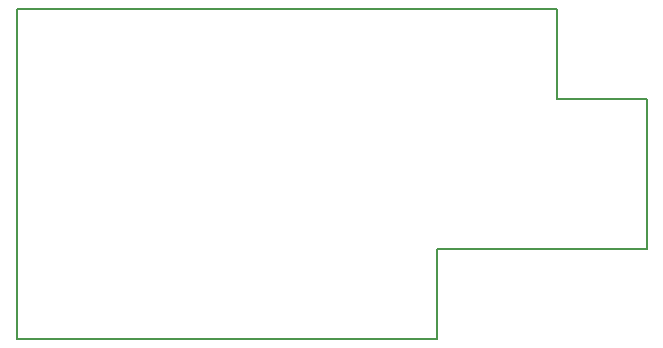
<source format=gbr>
G04 #@! TF.FileFunction,Profile,NP*
%FSLAX46Y46*%
G04 Gerber Fmt 4.6, Leading zero omitted, Abs format (unit mm)*
G04 Created by KiCad (PCBNEW 4.0.4-stable) date 05/31/18 11:07:36*
%MOMM*%
%LPD*%
G01*
G04 APERTURE LIST*
%ADD10C,0.100000*%
%ADD11C,0.150000*%
G04 APERTURE END LIST*
D10*
D11*
X149860000Y-109220000D02*
X149860000Y-116840000D01*
X167640000Y-109220000D02*
X149860000Y-109220000D01*
X167640000Y-106680000D02*
X167640000Y-109220000D01*
X167640000Y-96520000D02*
X167640000Y-106680000D01*
X160020000Y-96520000D02*
X167640000Y-96520000D01*
X160020000Y-88900000D02*
X160020000Y-96520000D01*
X114300000Y-88900000D02*
X160020000Y-88900000D01*
X114300000Y-116840000D02*
X149860000Y-116840000D01*
X114300000Y-88900000D02*
X114300000Y-116840000D01*
M02*

</source>
